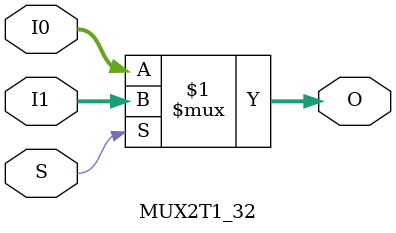
<source format=v>
module MUX2T1_32 (
    input [31:0] I0,
    input [31:0] I1,
    input S,
    output [31:0] O
);

    assign O = S ? I1 : I0;

endmodule
</source>
